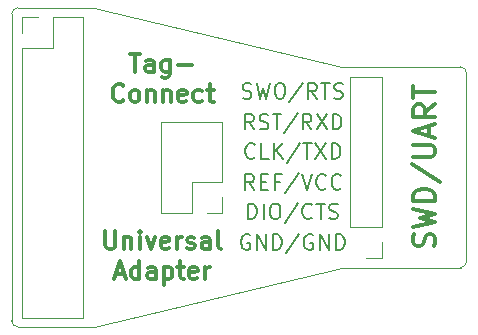
<source format=gto>
G04 #@! TF.GenerationSoftware,KiCad,Pcbnew,5.0.1*
G04 #@! TF.CreationDate,2019-11-02T14:38:13+01:00*
G04 #@! TF.ProjectId,JlinkBreakout,4A6C696E6B427265616B6F75742E6B69,rev?*
G04 #@! TF.SameCoordinates,Original*
G04 #@! TF.FileFunction,Legend,Top*
G04 #@! TF.FilePolarity,Positive*
%FSLAX46Y46*%
G04 Gerber Fmt 4.6, Leading zero omitted, Abs format (unit mm)*
G04 Created by KiCad (PCBNEW 5.0.1) date Sat 02 Nov 2019 02:38:13 PM CET*
%MOMM*%
%LPD*%
G01*
G04 APERTURE LIST*
%ADD10C,0.200000*%
%ADD11C,0.300000*%
%ADD12C,0.050000*%
%ADD13C,0.120000*%
G04 APERTURE END LIST*
D10*
X78147619Y-52250000D02*
X78023809Y-52188095D01*
X77838095Y-52188095D01*
X77652380Y-52250000D01*
X77528571Y-52373809D01*
X77466666Y-52497619D01*
X77404761Y-52745238D01*
X77404761Y-52930952D01*
X77466666Y-53178571D01*
X77528571Y-53302380D01*
X77652380Y-53426190D01*
X77838095Y-53488095D01*
X77961904Y-53488095D01*
X78147619Y-53426190D01*
X78209523Y-53364285D01*
X78209523Y-52930952D01*
X77961904Y-52930952D01*
X78766666Y-53488095D02*
X78766666Y-52188095D01*
X79509523Y-53488095D01*
X79509523Y-52188095D01*
X80128571Y-53488095D02*
X80128571Y-52188095D01*
X80438095Y-52188095D01*
X80623809Y-52250000D01*
X80747619Y-52373809D01*
X80809523Y-52497619D01*
X80871428Y-52745238D01*
X80871428Y-52930952D01*
X80809523Y-53178571D01*
X80747619Y-53302380D01*
X80623809Y-53426190D01*
X80438095Y-53488095D01*
X80128571Y-53488095D01*
X82357142Y-52126190D02*
X81242857Y-53797619D01*
X83471428Y-52250000D02*
X83347619Y-52188095D01*
X83161904Y-52188095D01*
X82976190Y-52250000D01*
X82852380Y-52373809D01*
X82790476Y-52497619D01*
X82728571Y-52745238D01*
X82728571Y-52930952D01*
X82790476Y-53178571D01*
X82852380Y-53302380D01*
X82976190Y-53426190D01*
X83161904Y-53488095D01*
X83285714Y-53488095D01*
X83471428Y-53426190D01*
X83533333Y-53364285D01*
X83533333Y-52930952D01*
X83285714Y-52930952D01*
X84090476Y-53488095D02*
X84090476Y-52188095D01*
X84833333Y-53488095D01*
X84833333Y-52188095D01*
X85452380Y-53488095D02*
X85452380Y-52188095D01*
X85761904Y-52188095D01*
X85947619Y-52250000D01*
X86071428Y-52373809D01*
X86133333Y-52497619D01*
X86195238Y-52745238D01*
X86195238Y-52930952D01*
X86133333Y-53178571D01*
X86071428Y-53302380D01*
X85947619Y-53426190D01*
X85761904Y-53488095D01*
X85452380Y-53488095D01*
X78023809Y-50888095D02*
X78023809Y-49588095D01*
X78333333Y-49588095D01*
X78519047Y-49650000D01*
X78642857Y-49773809D01*
X78704761Y-49897619D01*
X78766666Y-50145238D01*
X78766666Y-50330952D01*
X78704761Y-50578571D01*
X78642857Y-50702380D01*
X78519047Y-50826190D01*
X78333333Y-50888095D01*
X78023809Y-50888095D01*
X79323809Y-50888095D02*
X79323809Y-49588095D01*
X80190476Y-49588095D02*
X80438095Y-49588095D01*
X80561904Y-49650000D01*
X80685714Y-49773809D01*
X80747619Y-50021428D01*
X80747619Y-50454761D01*
X80685714Y-50702380D01*
X80561904Y-50826190D01*
X80438095Y-50888095D01*
X80190476Y-50888095D01*
X80066666Y-50826190D01*
X79942857Y-50702380D01*
X79880952Y-50454761D01*
X79880952Y-50021428D01*
X79942857Y-49773809D01*
X80066666Y-49650000D01*
X80190476Y-49588095D01*
X82233333Y-49526190D02*
X81119047Y-51197619D01*
X83409523Y-50764285D02*
X83347619Y-50826190D01*
X83161904Y-50888095D01*
X83038095Y-50888095D01*
X82852380Y-50826190D01*
X82728571Y-50702380D01*
X82666666Y-50578571D01*
X82604761Y-50330952D01*
X82604761Y-50145238D01*
X82666666Y-49897619D01*
X82728571Y-49773809D01*
X82852380Y-49650000D01*
X83038095Y-49588095D01*
X83161904Y-49588095D01*
X83347619Y-49650000D01*
X83409523Y-49711904D01*
X83780952Y-49588095D02*
X84523809Y-49588095D01*
X84152380Y-50888095D02*
X84152380Y-49588095D01*
X84895238Y-50826190D02*
X85080952Y-50888095D01*
X85390476Y-50888095D01*
X85514285Y-50826190D01*
X85576190Y-50764285D01*
X85638095Y-50640476D01*
X85638095Y-50516666D01*
X85576190Y-50392857D01*
X85514285Y-50330952D01*
X85390476Y-50269047D01*
X85142857Y-50207142D01*
X85019047Y-50145238D01*
X84957142Y-50083333D01*
X84895238Y-49959523D01*
X84895238Y-49835714D01*
X84957142Y-49711904D01*
X85019047Y-49650000D01*
X85142857Y-49588095D01*
X85452380Y-49588095D01*
X85638095Y-49650000D01*
X78519047Y-48388095D02*
X78085714Y-47769047D01*
X77776190Y-48388095D02*
X77776190Y-47088095D01*
X78271428Y-47088095D01*
X78395238Y-47150000D01*
X78457142Y-47211904D01*
X78519047Y-47335714D01*
X78519047Y-47521428D01*
X78457142Y-47645238D01*
X78395238Y-47707142D01*
X78271428Y-47769047D01*
X77776190Y-47769047D01*
X79076190Y-47707142D02*
X79509523Y-47707142D01*
X79695238Y-48388095D02*
X79076190Y-48388095D01*
X79076190Y-47088095D01*
X79695238Y-47088095D01*
X80685714Y-47707142D02*
X80252380Y-47707142D01*
X80252380Y-48388095D02*
X80252380Y-47088095D01*
X80871428Y-47088095D01*
X82295238Y-47026190D02*
X81180952Y-48697619D01*
X82542857Y-47088095D02*
X82976190Y-48388095D01*
X83409523Y-47088095D01*
X84585714Y-48264285D02*
X84523809Y-48326190D01*
X84338095Y-48388095D01*
X84214285Y-48388095D01*
X84028571Y-48326190D01*
X83904761Y-48202380D01*
X83842857Y-48078571D01*
X83780952Y-47830952D01*
X83780952Y-47645238D01*
X83842857Y-47397619D01*
X83904761Y-47273809D01*
X84028571Y-47150000D01*
X84214285Y-47088095D01*
X84338095Y-47088095D01*
X84523809Y-47150000D01*
X84585714Y-47211904D01*
X85885714Y-48264285D02*
X85823809Y-48326190D01*
X85638095Y-48388095D01*
X85514285Y-48388095D01*
X85328571Y-48326190D01*
X85204761Y-48202380D01*
X85142857Y-48078571D01*
X85080952Y-47830952D01*
X85080952Y-47645238D01*
X85142857Y-47397619D01*
X85204761Y-47273809D01*
X85328571Y-47150000D01*
X85514285Y-47088095D01*
X85638095Y-47088095D01*
X85823809Y-47150000D01*
X85885714Y-47211904D01*
X78580952Y-45664285D02*
X78519047Y-45726190D01*
X78333333Y-45788095D01*
X78209523Y-45788095D01*
X78023809Y-45726190D01*
X77900000Y-45602380D01*
X77838095Y-45478571D01*
X77776190Y-45230952D01*
X77776190Y-45045238D01*
X77838095Y-44797619D01*
X77900000Y-44673809D01*
X78023809Y-44550000D01*
X78209523Y-44488095D01*
X78333333Y-44488095D01*
X78519047Y-44550000D01*
X78580952Y-44611904D01*
X79757142Y-45788095D02*
X79138095Y-45788095D01*
X79138095Y-44488095D01*
X80190476Y-45788095D02*
X80190476Y-44488095D01*
X80933333Y-45788095D02*
X80376190Y-45045238D01*
X80933333Y-44488095D02*
X80190476Y-45230952D01*
X82419047Y-44426190D02*
X81304761Y-46097619D01*
X82666666Y-44488095D02*
X83409523Y-44488095D01*
X83038095Y-45788095D02*
X83038095Y-44488095D01*
X83719047Y-44488095D02*
X84585714Y-45788095D01*
X84585714Y-44488095D02*
X83719047Y-45788095D01*
X85080952Y-45788095D02*
X85080952Y-44488095D01*
X85390476Y-44488095D01*
X85576190Y-44550000D01*
X85700000Y-44673809D01*
X85761904Y-44797619D01*
X85823809Y-45045238D01*
X85823809Y-45230952D01*
X85761904Y-45478571D01*
X85700000Y-45602380D01*
X85576190Y-45726190D01*
X85390476Y-45788095D01*
X85080952Y-45788095D01*
X78488095Y-43288095D02*
X78054761Y-42669047D01*
X77745238Y-43288095D02*
X77745238Y-41988095D01*
X78240476Y-41988095D01*
X78364285Y-42050000D01*
X78426190Y-42111904D01*
X78488095Y-42235714D01*
X78488095Y-42421428D01*
X78426190Y-42545238D01*
X78364285Y-42607142D01*
X78240476Y-42669047D01*
X77745238Y-42669047D01*
X78983333Y-43226190D02*
X79169047Y-43288095D01*
X79478571Y-43288095D01*
X79602380Y-43226190D01*
X79664285Y-43164285D01*
X79726190Y-43040476D01*
X79726190Y-42916666D01*
X79664285Y-42792857D01*
X79602380Y-42730952D01*
X79478571Y-42669047D01*
X79230952Y-42607142D01*
X79107142Y-42545238D01*
X79045238Y-42483333D01*
X78983333Y-42359523D01*
X78983333Y-42235714D01*
X79045238Y-42111904D01*
X79107142Y-42050000D01*
X79230952Y-41988095D01*
X79540476Y-41988095D01*
X79726190Y-42050000D01*
X80097619Y-41988095D02*
X80840476Y-41988095D01*
X80469047Y-43288095D02*
X80469047Y-41988095D01*
X82202380Y-41926190D02*
X81088095Y-43597619D01*
X83378571Y-43288095D02*
X82945238Y-42669047D01*
X82635714Y-43288095D02*
X82635714Y-41988095D01*
X83130952Y-41988095D01*
X83254761Y-42050000D01*
X83316666Y-42111904D01*
X83378571Y-42235714D01*
X83378571Y-42421428D01*
X83316666Y-42545238D01*
X83254761Y-42607142D01*
X83130952Y-42669047D01*
X82635714Y-42669047D01*
X83811904Y-41988095D02*
X84678571Y-43288095D01*
X84678571Y-41988095D02*
X83811904Y-43288095D01*
X85173809Y-43288095D02*
X85173809Y-41988095D01*
X85483333Y-41988095D01*
X85669047Y-42050000D01*
X85792857Y-42173809D01*
X85854761Y-42297619D01*
X85916666Y-42545238D01*
X85916666Y-42730952D01*
X85854761Y-42978571D01*
X85792857Y-43102380D01*
X85669047Y-43226190D01*
X85483333Y-43288095D01*
X85173809Y-43288095D01*
X77559523Y-40626190D02*
X77745238Y-40688095D01*
X78054761Y-40688095D01*
X78178571Y-40626190D01*
X78240476Y-40564285D01*
X78302380Y-40440476D01*
X78302380Y-40316666D01*
X78240476Y-40192857D01*
X78178571Y-40130952D01*
X78054761Y-40069047D01*
X77807142Y-40007142D01*
X77683333Y-39945238D01*
X77621428Y-39883333D01*
X77559523Y-39759523D01*
X77559523Y-39635714D01*
X77621428Y-39511904D01*
X77683333Y-39450000D01*
X77807142Y-39388095D01*
X78116666Y-39388095D01*
X78302380Y-39450000D01*
X78735714Y-39388095D02*
X79045238Y-40688095D01*
X79292857Y-39759523D01*
X79540476Y-40688095D01*
X79850000Y-39388095D01*
X80592857Y-39388095D02*
X80840476Y-39388095D01*
X80964285Y-39450000D01*
X81088095Y-39573809D01*
X81150000Y-39821428D01*
X81150000Y-40254761D01*
X81088095Y-40502380D01*
X80964285Y-40626190D01*
X80840476Y-40688095D01*
X80592857Y-40688095D01*
X80469047Y-40626190D01*
X80345238Y-40502380D01*
X80283333Y-40254761D01*
X80283333Y-39821428D01*
X80345238Y-39573809D01*
X80469047Y-39450000D01*
X80592857Y-39388095D01*
X82635714Y-39326190D02*
X81521428Y-40997619D01*
X83811904Y-40688095D02*
X83378571Y-40069047D01*
X83069047Y-40688095D02*
X83069047Y-39388095D01*
X83564285Y-39388095D01*
X83688095Y-39450000D01*
X83750000Y-39511904D01*
X83811904Y-39635714D01*
X83811904Y-39821428D01*
X83750000Y-39945238D01*
X83688095Y-40007142D01*
X83564285Y-40069047D01*
X83069047Y-40069047D01*
X84183333Y-39388095D02*
X84926190Y-39388095D01*
X84554761Y-40688095D02*
X84554761Y-39388095D01*
X85297619Y-40626190D02*
X85483333Y-40688095D01*
X85792857Y-40688095D01*
X85916666Y-40626190D01*
X85978571Y-40564285D01*
X86040476Y-40440476D01*
X86040476Y-40316666D01*
X85978571Y-40192857D01*
X85916666Y-40130952D01*
X85792857Y-40069047D01*
X85545238Y-40007142D01*
X85421428Y-39945238D01*
X85359523Y-39883333D01*
X85297619Y-39759523D01*
X85297619Y-39635714D01*
X85359523Y-39511904D01*
X85421428Y-39450000D01*
X85545238Y-39388095D01*
X85854761Y-39388095D01*
X86040476Y-39450000D01*
D11*
X65928571Y-51903571D02*
X65928571Y-53117857D01*
X66000000Y-53260714D01*
X66071428Y-53332142D01*
X66214285Y-53403571D01*
X66500000Y-53403571D01*
X66642857Y-53332142D01*
X66714285Y-53260714D01*
X66785714Y-53117857D01*
X66785714Y-51903571D01*
X67500000Y-52403571D02*
X67500000Y-53403571D01*
X67500000Y-52546428D02*
X67571428Y-52475000D01*
X67714285Y-52403571D01*
X67928571Y-52403571D01*
X68071428Y-52475000D01*
X68142857Y-52617857D01*
X68142857Y-53403571D01*
X68857142Y-53403571D02*
X68857142Y-52403571D01*
X68857142Y-51903571D02*
X68785714Y-51975000D01*
X68857142Y-52046428D01*
X68928571Y-51975000D01*
X68857142Y-51903571D01*
X68857142Y-52046428D01*
X69428571Y-52403571D02*
X69785714Y-53403571D01*
X70142857Y-52403571D01*
X71285714Y-53332142D02*
X71142857Y-53403571D01*
X70857142Y-53403571D01*
X70714285Y-53332142D01*
X70642857Y-53189285D01*
X70642857Y-52617857D01*
X70714285Y-52475000D01*
X70857142Y-52403571D01*
X71142857Y-52403571D01*
X71285714Y-52475000D01*
X71357142Y-52617857D01*
X71357142Y-52760714D01*
X70642857Y-52903571D01*
X72000000Y-53403571D02*
X72000000Y-52403571D01*
X72000000Y-52689285D02*
X72071428Y-52546428D01*
X72142857Y-52475000D01*
X72285714Y-52403571D01*
X72428571Y-52403571D01*
X72857142Y-53332142D02*
X73000000Y-53403571D01*
X73285714Y-53403571D01*
X73428571Y-53332142D01*
X73500000Y-53189285D01*
X73500000Y-53117857D01*
X73428571Y-52975000D01*
X73285714Y-52903571D01*
X73071428Y-52903571D01*
X72928571Y-52832142D01*
X72857142Y-52689285D01*
X72857142Y-52617857D01*
X72928571Y-52475000D01*
X73071428Y-52403571D01*
X73285714Y-52403571D01*
X73428571Y-52475000D01*
X74785714Y-53403571D02*
X74785714Y-52617857D01*
X74714285Y-52475000D01*
X74571428Y-52403571D01*
X74285714Y-52403571D01*
X74142857Y-52475000D01*
X74785714Y-53332142D02*
X74642857Y-53403571D01*
X74285714Y-53403571D01*
X74142857Y-53332142D01*
X74071428Y-53189285D01*
X74071428Y-53046428D01*
X74142857Y-52903571D01*
X74285714Y-52832142D01*
X74642857Y-52832142D01*
X74785714Y-52760714D01*
X75714285Y-53403571D02*
X75571428Y-53332142D01*
X75500000Y-53189285D01*
X75500000Y-51903571D01*
X66821428Y-55525000D02*
X67535714Y-55525000D01*
X66678571Y-55953571D02*
X67178571Y-54453571D01*
X67678571Y-55953571D01*
X68821428Y-55953571D02*
X68821428Y-54453571D01*
X68821428Y-55882142D02*
X68678571Y-55953571D01*
X68392857Y-55953571D01*
X68250000Y-55882142D01*
X68178571Y-55810714D01*
X68107142Y-55667857D01*
X68107142Y-55239285D01*
X68178571Y-55096428D01*
X68250000Y-55025000D01*
X68392857Y-54953571D01*
X68678571Y-54953571D01*
X68821428Y-55025000D01*
X70178571Y-55953571D02*
X70178571Y-55167857D01*
X70107142Y-55025000D01*
X69964285Y-54953571D01*
X69678571Y-54953571D01*
X69535714Y-55025000D01*
X70178571Y-55882142D02*
X70035714Y-55953571D01*
X69678571Y-55953571D01*
X69535714Y-55882142D01*
X69464285Y-55739285D01*
X69464285Y-55596428D01*
X69535714Y-55453571D01*
X69678571Y-55382142D01*
X70035714Y-55382142D01*
X70178571Y-55310714D01*
X70892857Y-54953571D02*
X70892857Y-56453571D01*
X70892857Y-55025000D02*
X71035714Y-54953571D01*
X71321428Y-54953571D01*
X71464285Y-55025000D01*
X71535714Y-55096428D01*
X71607142Y-55239285D01*
X71607142Y-55667857D01*
X71535714Y-55810714D01*
X71464285Y-55882142D01*
X71321428Y-55953571D01*
X71035714Y-55953571D01*
X70892857Y-55882142D01*
X72035714Y-54953571D02*
X72607142Y-54953571D01*
X72250000Y-54453571D02*
X72250000Y-55739285D01*
X72321428Y-55882142D01*
X72464285Y-55953571D01*
X72607142Y-55953571D01*
X73678571Y-55882142D02*
X73535714Y-55953571D01*
X73250000Y-55953571D01*
X73107142Y-55882142D01*
X73035714Y-55739285D01*
X73035714Y-55167857D01*
X73107142Y-55025000D01*
X73250000Y-54953571D01*
X73535714Y-54953571D01*
X73678571Y-55025000D01*
X73750000Y-55167857D01*
X73750000Y-55310714D01*
X73035714Y-55453571D01*
X74392857Y-55953571D02*
X74392857Y-54953571D01*
X74392857Y-55239285D02*
X74464285Y-55096428D01*
X74535714Y-55025000D01*
X74678571Y-54953571D01*
X74821428Y-54953571D01*
X68035714Y-36903571D02*
X68892857Y-36903571D01*
X68464285Y-38403571D02*
X68464285Y-36903571D01*
X70035714Y-38403571D02*
X70035714Y-37617857D01*
X69964285Y-37475000D01*
X69821428Y-37403571D01*
X69535714Y-37403571D01*
X69392857Y-37475000D01*
X70035714Y-38332142D02*
X69892857Y-38403571D01*
X69535714Y-38403571D01*
X69392857Y-38332142D01*
X69321428Y-38189285D01*
X69321428Y-38046428D01*
X69392857Y-37903571D01*
X69535714Y-37832142D01*
X69892857Y-37832142D01*
X70035714Y-37760714D01*
X71392857Y-37403571D02*
X71392857Y-38617857D01*
X71321428Y-38760714D01*
X71250000Y-38832142D01*
X71107142Y-38903571D01*
X70892857Y-38903571D01*
X70750000Y-38832142D01*
X71392857Y-38332142D02*
X71250000Y-38403571D01*
X70964285Y-38403571D01*
X70821428Y-38332142D01*
X70750000Y-38260714D01*
X70678571Y-38117857D01*
X70678571Y-37689285D01*
X70750000Y-37546428D01*
X70821428Y-37475000D01*
X70964285Y-37403571D01*
X71250000Y-37403571D01*
X71392857Y-37475000D01*
X72107142Y-37832142D02*
X73250000Y-37832142D01*
X67464285Y-40810714D02*
X67392857Y-40882142D01*
X67178571Y-40953571D01*
X67035714Y-40953571D01*
X66821428Y-40882142D01*
X66678571Y-40739285D01*
X66607142Y-40596428D01*
X66535714Y-40310714D01*
X66535714Y-40096428D01*
X66607142Y-39810714D01*
X66678571Y-39667857D01*
X66821428Y-39525000D01*
X67035714Y-39453571D01*
X67178571Y-39453571D01*
X67392857Y-39525000D01*
X67464285Y-39596428D01*
X68321428Y-40953571D02*
X68178571Y-40882142D01*
X68107142Y-40810714D01*
X68035714Y-40667857D01*
X68035714Y-40239285D01*
X68107142Y-40096428D01*
X68178571Y-40025000D01*
X68321428Y-39953571D01*
X68535714Y-39953571D01*
X68678571Y-40025000D01*
X68750000Y-40096428D01*
X68821428Y-40239285D01*
X68821428Y-40667857D01*
X68750000Y-40810714D01*
X68678571Y-40882142D01*
X68535714Y-40953571D01*
X68321428Y-40953571D01*
X69464285Y-39953571D02*
X69464285Y-40953571D01*
X69464285Y-40096428D02*
X69535714Y-40025000D01*
X69678571Y-39953571D01*
X69892857Y-39953571D01*
X70035714Y-40025000D01*
X70107142Y-40167857D01*
X70107142Y-40953571D01*
X70821428Y-39953571D02*
X70821428Y-40953571D01*
X70821428Y-40096428D02*
X70892857Y-40025000D01*
X71035714Y-39953571D01*
X71250000Y-39953571D01*
X71392857Y-40025000D01*
X71464285Y-40167857D01*
X71464285Y-40953571D01*
X72750000Y-40882142D02*
X72607142Y-40953571D01*
X72321428Y-40953571D01*
X72178571Y-40882142D01*
X72107142Y-40739285D01*
X72107142Y-40167857D01*
X72178571Y-40025000D01*
X72321428Y-39953571D01*
X72607142Y-39953571D01*
X72750000Y-40025000D01*
X72821428Y-40167857D01*
X72821428Y-40310714D01*
X72107142Y-40453571D01*
X74107142Y-40882142D02*
X73964285Y-40953571D01*
X73678571Y-40953571D01*
X73535714Y-40882142D01*
X73464285Y-40810714D01*
X73392857Y-40667857D01*
X73392857Y-40239285D01*
X73464285Y-40096428D01*
X73535714Y-40025000D01*
X73678571Y-39953571D01*
X73964285Y-39953571D01*
X74107142Y-40025000D01*
X74535714Y-39953571D02*
X75107142Y-39953571D01*
X74750000Y-39453571D02*
X74750000Y-40739285D01*
X74821428Y-40882142D01*
X74964285Y-40953571D01*
X75107142Y-40953571D01*
X93728571Y-53185714D02*
X93814285Y-52928571D01*
X93814285Y-52500000D01*
X93728571Y-52328571D01*
X93642857Y-52242857D01*
X93471428Y-52157142D01*
X93300000Y-52157142D01*
X93128571Y-52242857D01*
X93042857Y-52328571D01*
X92957142Y-52500000D01*
X92871428Y-52842857D01*
X92785714Y-53014285D01*
X92700000Y-53100000D01*
X92528571Y-53185714D01*
X92357142Y-53185714D01*
X92185714Y-53100000D01*
X92100000Y-53014285D01*
X92014285Y-52842857D01*
X92014285Y-52414285D01*
X92100000Y-52157142D01*
X92014285Y-51557142D02*
X93814285Y-51128571D01*
X92528571Y-50785714D01*
X93814285Y-50442857D01*
X92014285Y-50014285D01*
X93814285Y-49328571D02*
X92014285Y-49328571D01*
X92014285Y-48900000D01*
X92100000Y-48642857D01*
X92271428Y-48471428D01*
X92442857Y-48385714D01*
X92785714Y-48300000D01*
X93042857Y-48300000D01*
X93385714Y-48385714D01*
X93557142Y-48471428D01*
X93728571Y-48642857D01*
X93814285Y-48900000D01*
X93814285Y-49328571D01*
X91928571Y-46242857D02*
X94242857Y-47785714D01*
X92014285Y-45642857D02*
X93471428Y-45642857D01*
X93642857Y-45557142D01*
X93728571Y-45471428D01*
X93814285Y-45300000D01*
X93814285Y-44957142D01*
X93728571Y-44785714D01*
X93642857Y-44700000D01*
X93471428Y-44614285D01*
X92014285Y-44614285D01*
X93300000Y-43842857D02*
X93300000Y-42985714D01*
X93814285Y-44014285D02*
X92014285Y-43414285D01*
X93814285Y-42814285D01*
X93814285Y-41185714D02*
X92957142Y-41785714D01*
X93814285Y-42214285D02*
X92014285Y-42214285D01*
X92014285Y-41528571D01*
X92100000Y-41357142D01*
X92185714Y-41271428D01*
X92357142Y-41185714D01*
X92614285Y-41185714D01*
X92785714Y-41271428D01*
X92871428Y-41357142D01*
X92957142Y-41528571D01*
X92957142Y-42214285D01*
X92014285Y-40671428D02*
X92014285Y-39642857D01*
X93814285Y-40157142D02*
X92014285Y-40157142D01*
D12*
X58500000Y-60000000D02*
G75*
G02X58000000Y-59500000I0J500000D01*
G01*
X58000000Y-33500000D02*
G75*
G02X58500000Y-33000000I500000J0D01*
G01*
X96000000Y-38000000D02*
G75*
G02X96500000Y-38500000I0J-500000D01*
G01*
X96500000Y-54500000D02*
G75*
G02X96000000Y-55000000I-500000J0D01*
G01*
X86000000Y-38000000D02*
X65000000Y-33000000D01*
X96000000Y-38000000D02*
X86000000Y-38000000D01*
X96500000Y-54500000D02*
X96500000Y-38500000D01*
X86000000Y-55000000D02*
X96000000Y-55000000D01*
X65000000Y-60000000D02*
X86000000Y-55000000D01*
X65000000Y-33000000D02*
X58500000Y-33000000D01*
X58500000Y-60000000D02*
X65000000Y-60000000D01*
X58000000Y-33500000D02*
X58000000Y-59500000D01*
D13*
G04 #@! TO.C,J3*
X89330000Y-54180000D02*
X88000000Y-54180000D01*
X89330000Y-52850000D02*
X89330000Y-54180000D01*
X89330000Y-51580000D02*
X86670000Y-51580000D01*
X86670000Y-51580000D02*
X86670000Y-38820000D01*
X89330000Y-51580000D02*
X89330000Y-38820000D01*
X89330000Y-38820000D02*
X86670000Y-38820000D01*
G04 #@! TO.C,J2*
X75830000Y-50380000D02*
X74500000Y-50380000D01*
X75830000Y-49050000D02*
X75830000Y-50380000D01*
X73230000Y-50380000D02*
X70630000Y-50380000D01*
X73230000Y-47780000D02*
X73230000Y-50380000D01*
X75830000Y-47780000D02*
X73230000Y-47780000D01*
X70630000Y-50380000D02*
X70630000Y-42640000D01*
X75830000Y-47780000D02*
X75830000Y-42640000D01*
X75830000Y-42640000D02*
X70630000Y-42640000D01*
G04 #@! TO.C,J1*
X58870000Y-33770000D02*
X60200000Y-33770000D01*
X58870000Y-35100000D02*
X58870000Y-33770000D01*
X61470000Y-33770000D02*
X64070000Y-33770000D01*
X61470000Y-36370000D02*
X61470000Y-33770000D01*
X58870000Y-36370000D02*
X61470000Y-36370000D01*
X64070000Y-33770000D02*
X64070000Y-59290000D01*
X58870000Y-36370000D02*
X58870000Y-59290000D01*
X58870000Y-59290000D02*
X64070000Y-59290000D01*
G04 #@! TD*
M02*

</source>
